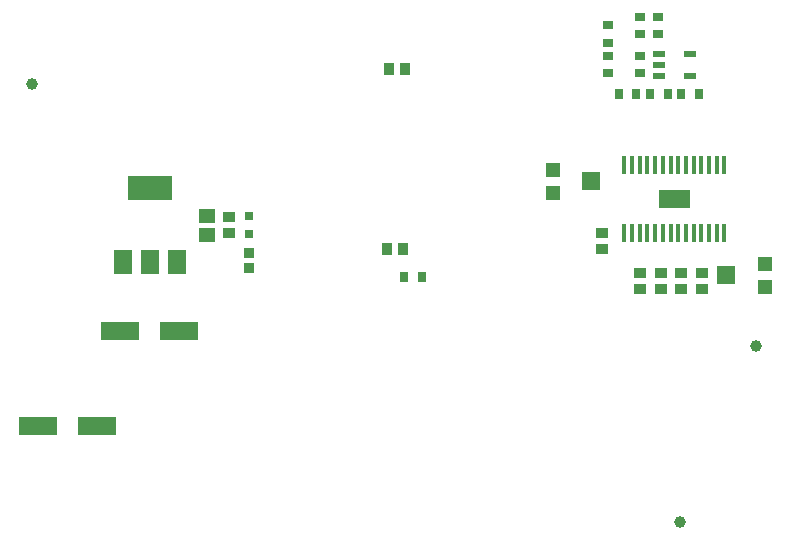
<source format=gtp>
G04*
G04 #@! TF.GenerationSoftware,Altium Limited,Altium Designer,18.1.7 (191)*
G04*
G04 Layer_Color=8421504*
%FSLAX25Y25*%
%MOIN*%
G70*
G01*
G75*
%ADD17R,0.04724X0.04724*%
%ADD18R,0.05906X0.06299*%
%ADD19R,0.03543X0.02756*%
%ADD20R,0.02756X0.03543*%
%ADD21R,0.03937X0.02362*%
G04:AMPARAMS|DCode=22|XSize=39.37mil|YSize=39.37mil|CornerRadius=19.68mil|HoleSize=0mil|Usage=FLASHONLY|Rotation=0.000|XOffset=0mil|YOffset=0mil|HoleType=Round|Shape=RoundedRectangle|*
%AMROUNDEDRECTD22*
21,1,0.03937,0.00000,0,0,0.0*
21,1,0.00000,0.03937,0,0,0.0*
1,1,0.03937,0.00000,0.00000*
1,1,0.03937,0.00000,0.00000*
1,1,0.03937,0.00000,0.00000*
1,1,0.03937,0.00000,0.00000*
%
%ADD22ROUNDEDRECTD22*%
%ADD23R,0.03543X0.03937*%
%ADD24R,0.03740X0.03347*%
%ADD25R,0.03150X0.03150*%
%ADD26R,0.05512X0.05118*%
%ADD27R,0.03937X0.03543*%
%ADD28R,0.14961X0.07874*%
%ADD29R,0.05906X0.07874*%
%ADD30R,0.12598X0.06299*%
G04:AMPARAMS|DCode=31|XSize=61.81mil|YSize=16.14mil|CornerRadius=2.02mil|HoleSize=0mil|Usage=FLASHONLY|Rotation=90.000|XOffset=0mil|YOffset=0mil|HoleType=Round|Shape=RoundedRectangle|*
%AMROUNDEDRECTD31*
21,1,0.06181,0.01211,0,0,90.0*
21,1,0.05778,0.01614,0,0,90.0*
1,1,0.00404,0.00605,0.02889*
1,1,0.00404,0.00605,-0.02889*
1,1,0.00404,-0.00605,-0.02889*
1,1,0.00404,-0.00605,0.02889*
%
%ADD31ROUNDEDRECTD31*%
G36*
X325571Y224311D02*
X325571Y218209D01*
X315374Y218209D01*
X315374Y224311D01*
X325571Y224311D01*
D02*
G37*
D17*
X279921Y231102D02*
D03*
Y223228D02*
D03*
X350591Y199803D02*
D03*
Y191929D02*
D03*
D18*
X292717Y227165D02*
D03*
X337795Y195866D02*
D03*
D19*
X298347Y263189D02*
D03*
X298347Y269094D02*
D03*
X309173Y276181D02*
D03*
X309173Y282087D02*
D03*
X315079Y282087D02*
D03*
X315079Y276181D02*
D03*
X309173Y269094D02*
D03*
Y263189D02*
D03*
X298347Y273425D02*
D03*
X298347Y279331D02*
D03*
D20*
X307796Y256299D02*
D03*
X301890Y256299D02*
D03*
X322756Y256299D02*
D03*
X328662Y256299D02*
D03*
X312323Y256299D02*
D03*
X318229Y256299D02*
D03*
X230512Y195276D02*
D03*
X236417D02*
D03*
D21*
X315236Y269783D02*
D03*
X315236Y266043D02*
D03*
X315236Y262303D02*
D03*
X325551Y262303D02*
D03*
X325551Y269783D02*
D03*
D22*
X347638Y172441D02*
D03*
X322441Y113595D02*
D03*
X106500Y259500D02*
D03*
D23*
X224803Y204724D02*
D03*
X230118D02*
D03*
X225295Y264567D02*
D03*
X230610D02*
D03*
D24*
X178740Y203346D02*
D03*
Y198228D02*
D03*
D25*
X178740Y209646D02*
D03*
Y215551D02*
D03*
D26*
X164567Y215748D02*
D03*
Y209449D02*
D03*
D27*
X172047Y215256D02*
D03*
Y209941D02*
D03*
X309055Y196555D02*
D03*
X309055Y191240D02*
D03*
X296260Y209961D02*
D03*
Y204646D02*
D03*
X329736Y196555D02*
D03*
Y191240D02*
D03*
X322835Y196555D02*
D03*
Y191240D02*
D03*
X315984Y196555D02*
D03*
Y191240D02*
D03*
D28*
X145669Y225000D02*
D03*
D29*
X154724Y200197D02*
D03*
X145669D02*
D03*
X136614D02*
D03*
D30*
X108268Y145669D02*
D03*
X127953D02*
D03*
X135827Y177165D02*
D03*
X155512D02*
D03*
D31*
X303839Y232559D02*
D03*
X306398D02*
D03*
X308957D02*
D03*
X311516D02*
D03*
X314075D02*
D03*
X316634D02*
D03*
X319193D02*
D03*
X321752D02*
D03*
X324311D02*
D03*
X326870D02*
D03*
X329429D02*
D03*
X331988D02*
D03*
X334547D02*
D03*
X337106D02*
D03*
Y209961D02*
D03*
X334547D02*
D03*
X331988D02*
D03*
X329429D02*
D03*
X326870D02*
D03*
X324311D02*
D03*
X321752Y209961D02*
D03*
X319193Y209961D02*
D03*
X316634D02*
D03*
X314075D02*
D03*
X311516D02*
D03*
X308957D02*
D03*
X306398D02*
D03*
X303839D02*
D03*
M02*

</source>
